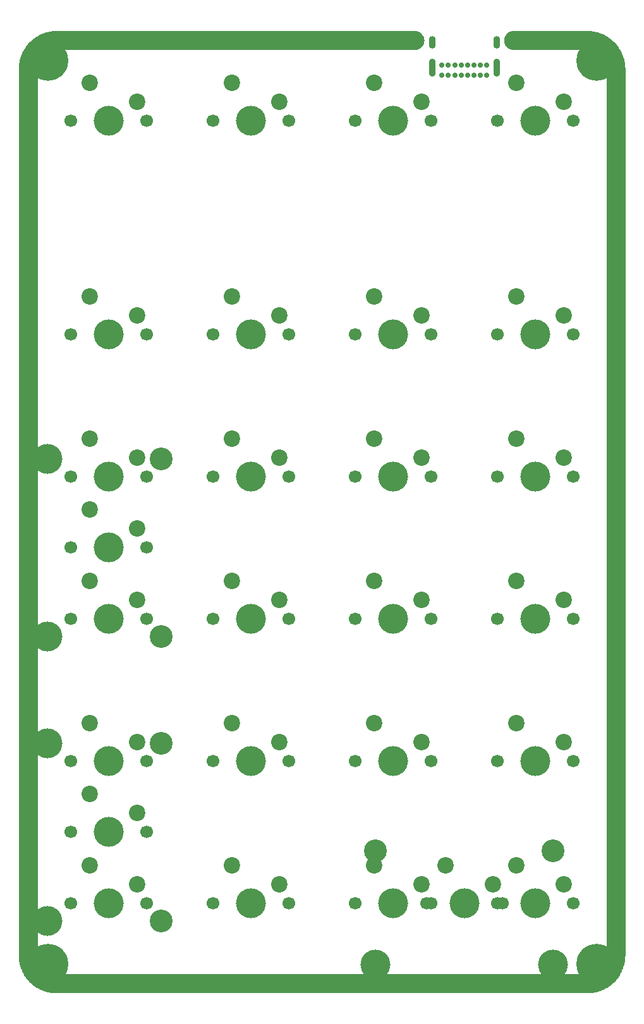
<source format=gbs>
G04 #@! TF.GenerationSoftware,KiCad,Pcbnew,(6.0.0)*
G04 #@! TF.CreationDate,2023-01-04T21:38:10+01:00*
G04 #@! TF.ProjectId,MPad2040_V1,4d506164-3230-4343-905f-56312e6b6963,rev?*
G04 #@! TF.SameCoordinates,Original*
G04 #@! TF.FileFunction,Soldermask,Bot*
G04 #@! TF.FilePolarity,Negative*
%FSLAX46Y46*%
G04 Gerber Fmt 4.6, Leading zero omitted, Abs format (unit mm)*
G04 Created by KiCad (PCBNEW (6.0.0)) date 2023-01-04 21:38:10*
%MOMM*%
%LPD*%
G01*
G04 APERTURE LIST*
%ADD10C,0.800000*%
%ADD11C,5.400000*%
%ADD12C,2.200000*%
%ADD13C,4.000000*%
%ADD14C,1.700000*%
%ADD15C,3.050000*%
%ADD16C,0.700000*%
%ADD17O,0.900000X2.400000*%
%ADD18O,0.900000X1.700000*%
G04 APERTURE END LIST*
D10*
X184275000Y-37727500D03*
X182843109Y-34270609D03*
X186300000Y-35702500D03*
X185706891Y-34270609D03*
X184275000Y-33677500D03*
X182250000Y-35702500D03*
D11*
X184275000Y-35702500D03*
D10*
X185706891Y-37134391D03*
X182843109Y-37134391D03*
D12*
X179910000Y-69850000D03*
X173560000Y-67310000D03*
D13*
X176100000Y-72390000D03*
D14*
X171020000Y-72390000D03*
X181180000Y-72390000D03*
D12*
X160860000Y-107950000D03*
X154510000Y-105410000D03*
D13*
X157050000Y-110490000D03*
D14*
X162130000Y-110490000D03*
X151970000Y-110490000D03*
D12*
X179910000Y-41275000D03*
X173560000Y-38735000D03*
D14*
X171020000Y-43815000D03*
D13*
X176100000Y-43815000D03*
D14*
X181180000Y-43815000D03*
D10*
X182843109Y-155270609D03*
X182843109Y-158134391D03*
D11*
X184275000Y-156702500D03*
D10*
X182250000Y-156702500D03*
X185706891Y-155270609D03*
X186300000Y-156702500D03*
X184275000Y-158727500D03*
X185706891Y-158134391D03*
X184275000Y-154677500D03*
D12*
X179910000Y-107950000D03*
X173560000Y-105410000D03*
D14*
X171020000Y-110490000D03*
D13*
X176100000Y-110490000D03*
D14*
X181180000Y-110490000D03*
D12*
X122760000Y-146050000D03*
X116410000Y-143510000D03*
D14*
X124030000Y-148590000D03*
D13*
X118950000Y-148590000D03*
D14*
X113870000Y-148590000D03*
D10*
X110775000Y-33677500D03*
X108750000Y-35702500D03*
D11*
X110775000Y-35702500D03*
D10*
X112800000Y-35702500D03*
X112206891Y-37134391D03*
X109343109Y-37134391D03*
X112206891Y-34270609D03*
X109343109Y-34270609D03*
X110775000Y-37727500D03*
D12*
X141810000Y-69850000D03*
X135460000Y-67310000D03*
D14*
X143080000Y-72390000D03*
D13*
X138000000Y-72390000D03*
D14*
X132920000Y-72390000D03*
D12*
X141810000Y-88900000D03*
X135460000Y-86360000D03*
D14*
X132920000Y-91440000D03*
X143080000Y-91440000D03*
D13*
X138000000Y-91440000D03*
D12*
X122760000Y-107950000D03*
X116410000Y-105410000D03*
D13*
X118950000Y-110490000D03*
D14*
X113870000Y-110490000D03*
X124030000Y-110490000D03*
D12*
X160860000Y-88900000D03*
X154510000Y-86360000D03*
D14*
X162130000Y-91440000D03*
D13*
X157050000Y-91440000D03*
D14*
X151970000Y-91440000D03*
D12*
X122760000Y-136525000D03*
X116410000Y-133985000D03*
D15*
X125950000Y-150965000D03*
X125950000Y-127165000D03*
D13*
X118950000Y-139065000D03*
D14*
X113870000Y-139065000D03*
D13*
X110710000Y-150965000D03*
D14*
X124030000Y-139065000D03*
D13*
X110710000Y-127165000D03*
D12*
X179910000Y-88900000D03*
X173560000Y-86360000D03*
D14*
X181180000Y-91440000D03*
X171020000Y-91440000D03*
D13*
X176100000Y-91440000D03*
D12*
X122760000Y-69850000D03*
X116410000Y-67310000D03*
D13*
X118950000Y-72390000D03*
D14*
X124030000Y-72390000D03*
X113870000Y-72390000D03*
D12*
X122760000Y-98425000D03*
X116410000Y-95885000D03*
D15*
X125950000Y-89065000D03*
D13*
X110710000Y-112865000D03*
X110710000Y-89065000D03*
D15*
X125950000Y-112865000D03*
D13*
X118950000Y-100965000D03*
D14*
X113870000Y-100965000D03*
X124030000Y-100965000D03*
D12*
X122760000Y-127000000D03*
X116410000Y-124460000D03*
D14*
X113870000Y-129540000D03*
X124030000Y-129540000D03*
D13*
X118950000Y-129540000D03*
D12*
X160860000Y-127000000D03*
X154510000Y-124460000D03*
D14*
X151970000Y-129540000D03*
X162130000Y-129540000D03*
D13*
X157050000Y-129540000D03*
D12*
X179910000Y-127000000D03*
X173560000Y-124460000D03*
D14*
X181180000Y-129540000D03*
X171020000Y-129540000D03*
D13*
X176100000Y-129540000D03*
D10*
X110775000Y-158727500D03*
X112206891Y-155270609D03*
X108750000Y-156702500D03*
X109343109Y-158134391D03*
X112206891Y-158134391D03*
D11*
X110775000Y-156702500D03*
D10*
X109343109Y-155270609D03*
X110775000Y-154677500D03*
X112800000Y-156702500D03*
D12*
X179910000Y-146050000D03*
X173560000Y-143510000D03*
D14*
X181180000Y-148590000D03*
X171020000Y-148590000D03*
D13*
X176100000Y-148590000D03*
D12*
X160860000Y-146050000D03*
X154510000Y-143510000D03*
D13*
X157050000Y-148590000D03*
D14*
X162130000Y-148590000D03*
X151970000Y-148590000D03*
D12*
X160860000Y-41275000D03*
X154510000Y-38735000D03*
D14*
X151970000Y-43815000D03*
X162130000Y-43815000D03*
D13*
X157050000Y-43815000D03*
D12*
X141810000Y-107950000D03*
X135460000Y-105410000D03*
D14*
X132920000Y-110490000D03*
D13*
X138000000Y-110490000D03*
D14*
X143080000Y-110490000D03*
D12*
X170385000Y-146050000D03*
X164035000Y-143510000D03*
D14*
X171655000Y-148590000D03*
D13*
X178475000Y-156830000D03*
D14*
X161495000Y-148590000D03*
D13*
X154675000Y-156830000D03*
X166575000Y-148590000D03*
D15*
X178475000Y-141590000D03*
X154675000Y-141590000D03*
D12*
X141810000Y-146050000D03*
X135460000Y-143510000D03*
D14*
X132920000Y-148590000D03*
D13*
X138000000Y-148590000D03*
D14*
X143080000Y-148590000D03*
D12*
X141810000Y-41275000D03*
X135460000Y-38735000D03*
D14*
X132920000Y-43815000D03*
D13*
X138000000Y-43815000D03*
D14*
X143080000Y-43815000D03*
D12*
X160860000Y-69850000D03*
X154510000Y-67310000D03*
D13*
X157050000Y-72390000D03*
D14*
X151970000Y-72390000D03*
X162130000Y-72390000D03*
D12*
X122760000Y-88900000D03*
X116410000Y-86360000D03*
D14*
X113870000Y-91440000D03*
D13*
X118950000Y-91440000D03*
D14*
X124030000Y-91440000D03*
D12*
X122760000Y-41275000D03*
X116410000Y-38735000D03*
D14*
X113870000Y-43815000D03*
D13*
X118950000Y-43815000D03*
D14*
X124030000Y-43815000D03*
D12*
X141810000Y-127000000D03*
X135460000Y-124460000D03*
D13*
X138000000Y-129540000D03*
D14*
X132920000Y-129540000D03*
X143080000Y-129540000D03*
D16*
X169550000Y-37680011D03*
X168700000Y-37680011D03*
X167850000Y-37680011D03*
X167000000Y-37680011D03*
X166150000Y-37680011D03*
X165300000Y-37680011D03*
X164450000Y-37680011D03*
X163600000Y-37680011D03*
X163600000Y-36330011D03*
X164450000Y-36330011D03*
X165300000Y-36330011D03*
X166150000Y-36330011D03*
X167000000Y-36330011D03*
X167850000Y-36330011D03*
X168700000Y-36330011D03*
X169550000Y-36330011D03*
D17*
X170900000Y-36700011D03*
X162250000Y-36700011D03*
D18*
X170900000Y-33320011D03*
X162250000Y-33320011D03*
G36*
X159986179Y-31751328D02*
G01*
X160161118Y-31766633D01*
X160221028Y-31777197D01*
X160375869Y-31818686D01*
X160433037Y-31839493D01*
X160578326Y-31907243D01*
X160631010Y-31937661D01*
X160762333Y-32029615D01*
X160808934Y-32068718D01*
X160922282Y-32182066D01*
X160961385Y-32228667D01*
X161053339Y-32359990D01*
X161083757Y-32412674D01*
X161151507Y-32557963D01*
X161172314Y-32615131D01*
X161213803Y-32769972D01*
X161224367Y-32829882D01*
X161238339Y-32989583D01*
X161238339Y-33050417D01*
X161224367Y-33210118D01*
X161213803Y-33270028D01*
X161172314Y-33424869D01*
X161151507Y-33482037D01*
X161083757Y-33627326D01*
X161053339Y-33680010D01*
X160961385Y-33811333D01*
X160922282Y-33857934D01*
X160808934Y-33971282D01*
X160762333Y-34010385D01*
X160631010Y-34102339D01*
X160578326Y-34132757D01*
X160433037Y-34200507D01*
X160375869Y-34221314D01*
X160221028Y-34262803D01*
X160161118Y-34273367D01*
X159986179Y-34288672D01*
X159955762Y-34290000D01*
X111970285Y-34290000D01*
X111959720Y-34290319D01*
X111669360Y-34307882D01*
X111648468Y-34310419D01*
X111367511Y-34361907D01*
X111347075Y-34366944D01*
X111074369Y-34451923D01*
X111054686Y-34459388D01*
X110794220Y-34576614D01*
X110775581Y-34586396D01*
X110531141Y-34734165D01*
X110513813Y-34746126D01*
X110288967Y-34922281D01*
X110273211Y-34936240D01*
X110071240Y-35138211D01*
X110057281Y-35153967D01*
X109881126Y-35378813D01*
X109869165Y-35396141D01*
X109721396Y-35640581D01*
X109711614Y-35659220D01*
X109594388Y-35919686D01*
X109586923Y-35939369D01*
X109501944Y-36212075D01*
X109496907Y-36232511D01*
X109445419Y-36513468D01*
X109442882Y-36534360D01*
X109425319Y-36824720D01*
X109425000Y-36835285D01*
X109425000Y-155569715D01*
X109425319Y-155580280D01*
X109442882Y-155870640D01*
X109445419Y-155891532D01*
X109496907Y-156172489D01*
X109501944Y-156192925D01*
X109586923Y-156465631D01*
X109594388Y-156485314D01*
X109711614Y-156745780D01*
X109721396Y-156764419D01*
X109869165Y-157008859D01*
X109881126Y-157026187D01*
X110057281Y-157251033D01*
X110071240Y-157266789D01*
X110273211Y-157468760D01*
X110288967Y-157482719D01*
X110513813Y-157658874D01*
X110531141Y-157670835D01*
X110775581Y-157818604D01*
X110794220Y-157828386D01*
X111054686Y-157945612D01*
X111074369Y-157953077D01*
X111347075Y-158038056D01*
X111367511Y-158043093D01*
X111648468Y-158094581D01*
X111669360Y-158097118D01*
X111959720Y-158114681D01*
X111970285Y-158115000D01*
X183079715Y-158115000D01*
X183090280Y-158114681D01*
X183380640Y-158097118D01*
X183401532Y-158094581D01*
X183682489Y-158043093D01*
X183702925Y-158038056D01*
X183975631Y-157953077D01*
X183995314Y-157945612D01*
X184255780Y-157828386D01*
X184274419Y-157818604D01*
X184518859Y-157670835D01*
X184536187Y-157658874D01*
X184761033Y-157482719D01*
X184776789Y-157468760D01*
X184978760Y-157266789D01*
X184992719Y-157251033D01*
X185168874Y-157026187D01*
X185180835Y-157008859D01*
X185328604Y-156764419D01*
X185338386Y-156745780D01*
X185455612Y-156485314D01*
X185463077Y-156465631D01*
X185548056Y-156192925D01*
X185553093Y-156172489D01*
X185604581Y-155891532D01*
X185607118Y-155870640D01*
X185624681Y-155580280D01*
X185625000Y-155569715D01*
X185625000Y-36835285D01*
X185624681Y-36824720D01*
X185607118Y-36534360D01*
X185604581Y-36513468D01*
X185553093Y-36232511D01*
X185548056Y-36212075D01*
X185463077Y-35939369D01*
X185455612Y-35919686D01*
X185338386Y-35659220D01*
X185328604Y-35640581D01*
X185180835Y-35396141D01*
X185168874Y-35378813D01*
X184992719Y-35153967D01*
X184978760Y-35138211D01*
X184776789Y-34936240D01*
X184761033Y-34922281D01*
X184536187Y-34746126D01*
X184518859Y-34734165D01*
X184274419Y-34586396D01*
X184255780Y-34576614D01*
X183995314Y-34459388D01*
X183975631Y-34451923D01*
X183702925Y-34366944D01*
X183682489Y-34361907D01*
X183401532Y-34310419D01*
X183380640Y-34307882D01*
X183090280Y-34290319D01*
X183079715Y-34290000D01*
X173194238Y-34290000D01*
X173163821Y-34288672D01*
X172988882Y-34273367D01*
X172928972Y-34262803D01*
X172774131Y-34221314D01*
X172716963Y-34200507D01*
X172571674Y-34132757D01*
X172518990Y-34102339D01*
X172387667Y-34010385D01*
X172341066Y-33971282D01*
X172227718Y-33857934D01*
X172188615Y-33811333D01*
X172096661Y-33680010D01*
X172066243Y-33627326D01*
X171998493Y-33482037D01*
X171977686Y-33424869D01*
X171936197Y-33270028D01*
X171925633Y-33210118D01*
X171911661Y-33050417D01*
X171911661Y-32989583D01*
X171925633Y-32829882D01*
X171936197Y-32769972D01*
X171977686Y-32615131D01*
X171998493Y-32557963D01*
X172066243Y-32412674D01*
X172096661Y-32359990D01*
X172188615Y-32228667D01*
X172227718Y-32182066D01*
X172341066Y-32068718D01*
X172387667Y-32029615D01*
X172518990Y-31937661D01*
X172571674Y-31907243D01*
X172716963Y-31839493D01*
X172774131Y-31818686D01*
X172928972Y-31777197D01*
X172988882Y-31766633D01*
X173163821Y-31751328D01*
X173194238Y-31750000D01*
X183027700Y-31750000D01*
X183031502Y-31750021D01*
X183081159Y-31750562D01*
X183088781Y-31750728D01*
X183138460Y-31752355D01*
X183142260Y-31752500D01*
X183413150Y-31764328D01*
X183420750Y-31764743D01*
X183519945Y-31771244D01*
X183535114Y-31772571D01*
X183633923Y-31783392D01*
X183641485Y-31784304D01*
X183853415Y-31812206D01*
X183860950Y-31813282D01*
X183959176Y-31828400D01*
X183974174Y-31831044D01*
X184071697Y-31850443D01*
X184079146Y-31852010D01*
X184287794Y-31898266D01*
X184295208Y-31899994D01*
X184391769Y-31923622D01*
X184406481Y-31927564D01*
X184501945Y-31955390D01*
X184509228Y-31957600D01*
X184713054Y-32021866D01*
X184720291Y-32024235D01*
X184814415Y-32056186D01*
X184828722Y-32061393D01*
X184921387Y-32097428D01*
X184928455Y-32100265D01*
X185125902Y-32182051D01*
X185132901Y-32185040D01*
X185223914Y-32225086D01*
X185237714Y-32231522D01*
X185326851Y-32275479D01*
X185333644Y-32278921D01*
X185523243Y-32377620D01*
X185529959Y-32381210D01*
X185617128Y-32429033D01*
X185630313Y-32436645D01*
X185715262Y-32488193D01*
X185721729Y-32492215D01*
X185902044Y-32607089D01*
X185908419Y-32611248D01*
X185991046Y-32666457D01*
X186003521Y-32675192D01*
X186083670Y-32733960D01*
X186089759Y-32738528D01*
X186259352Y-32868661D01*
X186265343Y-32873363D01*
X186342866Y-32935582D01*
X186354529Y-32945368D01*
X186429260Y-33010905D01*
X186434930Y-33015988D01*
X186592540Y-33160411D01*
X186598097Y-33165616D01*
X186669890Y-33234343D01*
X186680657Y-33245110D01*
X186749384Y-33316903D01*
X186754589Y-33322460D01*
X186899012Y-33480070D01*
X186904095Y-33485740D01*
X186969632Y-33560471D01*
X186979418Y-33572134D01*
X187041637Y-33649657D01*
X187046339Y-33655648D01*
X187176472Y-33825241D01*
X187181040Y-33831330D01*
X187239808Y-33911479D01*
X187248543Y-33923954D01*
X187303752Y-34006581D01*
X187307911Y-34012956D01*
X187422785Y-34193271D01*
X187426807Y-34199738D01*
X187478355Y-34284687D01*
X187485967Y-34297872D01*
X187533790Y-34385041D01*
X187537380Y-34391757D01*
X187636079Y-34581356D01*
X187639521Y-34588149D01*
X187683478Y-34677286D01*
X187689914Y-34691086D01*
X187729960Y-34782099D01*
X187732949Y-34789098D01*
X187814735Y-34986545D01*
X187817572Y-34993613D01*
X187853607Y-35086278D01*
X187858814Y-35100585D01*
X187890765Y-35194709D01*
X187893134Y-35201946D01*
X187957400Y-35405772D01*
X187959610Y-35413055D01*
X187987436Y-35508519D01*
X187991378Y-35523231D01*
X188015006Y-35619792D01*
X188016734Y-35627206D01*
X188062990Y-35835854D01*
X188064557Y-35843303D01*
X188083956Y-35940826D01*
X188086600Y-35955824D01*
X188101718Y-36054050D01*
X188102794Y-36061585D01*
X188130696Y-36273515D01*
X188131608Y-36281077D01*
X188142429Y-36379886D01*
X188143756Y-36395055D01*
X188150257Y-36494250D01*
X188150672Y-36501850D01*
X188162500Y-36772740D01*
X188162645Y-36776540D01*
X188164272Y-36826219D01*
X188164438Y-36833841D01*
X188164979Y-36883498D01*
X188165000Y-36887300D01*
X188165000Y-155517700D01*
X188164979Y-155521502D01*
X188164438Y-155571159D01*
X188164272Y-155578781D01*
X188162645Y-155628460D01*
X188162500Y-155632260D01*
X188150672Y-155903150D01*
X188150257Y-155910750D01*
X188143756Y-156009945D01*
X188142429Y-156025114D01*
X188131608Y-156123923D01*
X188130696Y-156131485D01*
X188102794Y-156343415D01*
X188101718Y-156350950D01*
X188086600Y-156449176D01*
X188083956Y-156464174D01*
X188064557Y-156561697D01*
X188062990Y-156569146D01*
X188016734Y-156777794D01*
X188015006Y-156785208D01*
X187991378Y-156881769D01*
X187987436Y-156896481D01*
X187959610Y-156991945D01*
X187957400Y-156999228D01*
X187893134Y-157203054D01*
X187890765Y-157210291D01*
X187858814Y-157304415D01*
X187853607Y-157318722D01*
X187817572Y-157411387D01*
X187814735Y-157418455D01*
X187732949Y-157615902D01*
X187729960Y-157622901D01*
X187689914Y-157713914D01*
X187683478Y-157727714D01*
X187639521Y-157816851D01*
X187636079Y-157823644D01*
X187537380Y-158013243D01*
X187533790Y-158019959D01*
X187485967Y-158107128D01*
X187478355Y-158120313D01*
X187426807Y-158205262D01*
X187422785Y-158211729D01*
X187307911Y-158392044D01*
X187303752Y-158398419D01*
X187248543Y-158481046D01*
X187239808Y-158493521D01*
X187181040Y-158573670D01*
X187176472Y-158579759D01*
X187046339Y-158749352D01*
X187041637Y-158755343D01*
X186979418Y-158832866D01*
X186969632Y-158844529D01*
X186904095Y-158919260D01*
X186899012Y-158924930D01*
X186754589Y-159082540D01*
X186749384Y-159088097D01*
X186680657Y-159159890D01*
X186669890Y-159170657D01*
X186598097Y-159239384D01*
X186592540Y-159244589D01*
X186434930Y-159389012D01*
X186429260Y-159394095D01*
X186354529Y-159459632D01*
X186342866Y-159469418D01*
X186265343Y-159531637D01*
X186259352Y-159536339D01*
X186089759Y-159666472D01*
X186083670Y-159671040D01*
X186003521Y-159729808D01*
X185991046Y-159738543D01*
X185908419Y-159793752D01*
X185902044Y-159797911D01*
X185721729Y-159912785D01*
X185715262Y-159916807D01*
X185630313Y-159968355D01*
X185617128Y-159975967D01*
X185529959Y-160023790D01*
X185523243Y-160027380D01*
X185333644Y-160126079D01*
X185326851Y-160129521D01*
X185237714Y-160173478D01*
X185223914Y-160179914D01*
X185132901Y-160219960D01*
X185125902Y-160222949D01*
X184928455Y-160304735D01*
X184921387Y-160307572D01*
X184828722Y-160343607D01*
X184814415Y-160348814D01*
X184720291Y-160380765D01*
X184713054Y-160383134D01*
X184509228Y-160447400D01*
X184501945Y-160449610D01*
X184406481Y-160477436D01*
X184391769Y-160481378D01*
X184295208Y-160505006D01*
X184287794Y-160506734D01*
X184079146Y-160552990D01*
X184071697Y-160554557D01*
X183974174Y-160573956D01*
X183959176Y-160576600D01*
X183860950Y-160591718D01*
X183853415Y-160592794D01*
X183641485Y-160620696D01*
X183633923Y-160621608D01*
X183535114Y-160632429D01*
X183519945Y-160633756D01*
X183420750Y-160640257D01*
X183413150Y-160640672D01*
X183142260Y-160652500D01*
X183138460Y-160652645D01*
X183088781Y-160654272D01*
X183081159Y-160654438D01*
X183031502Y-160654979D01*
X183027700Y-160655000D01*
X112022300Y-160655000D01*
X112018498Y-160654979D01*
X111968841Y-160654438D01*
X111961219Y-160654272D01*
X111911540Y-160652645D01*
X111907740Y-160652500D01*
X111636850Y-160640672D01*
X111629250Y-160640257D01*
X111530055Y-160633756D01*
X111514886Y-160632429D01*
X111416077Y-160621608D01*
X111408515Y-160620696D01*
X111196585Y-160592794D01*
X111189050Y-160591718D01*
X111090824Y-160576600D01*
X111075826Y-160573956D01*
X110978303Y-160554557D01*
X110970854Y-160552990D01*
X110762206Y-160506734D01*
X110754792Y-160505006D01*
X110658231Y-160481378D01*
X110643519Y-160477436D01*
X110548055Y-160449610D01*
X110540772Y-160447400D01*
X110336946Y-160383134D01*
X110329709Y-160380765D01*
X110235585Y-160348814D01*
X110221278Y-160343607D01*
X110128613Y-160307572D01*
X110121545Y-160304735D01*
X109924098Y-160222949D01*
X109917099Y-160219960D01*
X109826086Y-160179914D01*
X109812286Y-160173478D01*
X109723149Y-160129521D01*
X109716356Y-160126079D01*
X109526757Y-160027380D01*
X109520041Y-160023790D01*
X109432872Y-159975967D01*
X109419687Y-159968355D01*
X109334738Y-159916807D01*
X109328271Y-159912785D01*
X109147956Y-159797911D01*
X109141581Y-159793752D01*
X109058954Y-159738543D01*
X109046479Y-159729808D01*
X108966330Y-159671040D01*
X108960241Y-159666472D01*
X108790648Y-159536339D01*
X108784657Y-159531637D01*
X108707134Y-159469418D01*
X108695471Y-159459632D01*
X108620740Y-159394095D01*
X108615070Y-159389012D01*
X108457460Y-159244589D01*
X108451903Y-159239384D01*
X108380110Y-159170657D01*
X108369343Y-159159890D01*
X108300616Y-159088097D01*
X108295411Y-159082540D01*
X108150988Y-158924930D01*
X108145905Y-158919260D01*
X108080368Y-158844529D01*
X108070582Y-158832866D01*
X108008363Y-158755343D01*
X108003661Y-158749352D01*
X107873528Y-158579759D01*
X107868960Y-158573670D01*
X107810192Y-158493521D01*
X107801457Y-158481046D01*
X107746248Y-158398419D01*
X107742089Y-158392044D01*
X107627215Y-158211729D01*
X107623193Y-158205262D01*
X107571645Y-158120313D01*
X107564033Y-158107128D01*
X107516210Y-158019959D01*
X107512620Y-158013243D01*
X107413921Y-157823644D01*
X107410479Y-157816851D01*
X107366522Y-157727714D01*
X107360086Y-157713914D01*
X107320040Y-157622901D01*
X107317051Y-157615902D01*
X107235265Y-157418455D01*
X107232428Y-157411387D01*
X107196393Y-157318722D01*
X107191186Y-157304415D01*
X107159235Y-157210291D01*
X107156866Y-157203054D01*
X107092600Y-156999228D01*
X107090390Y-156991945D01*
X107062564Y-156896481D01*
X107058622Y-156881769D01*
X107034994Y-156785208D01*
X107033266Y-156777794D01*
X106987010Y-156569146D01*
X106985443Y-156561697D01*
X106966044Y-156464174D01*
X106963400Y-156449176D01*
X106948282Y-156350950D01*
X106947206Y-156343415D01*
X106919304Y-156131485D01*
X106918392Y-156123923D01*
X106907571Y-156025114D01*
X106906244Y-156009945D01*
X106899743Y-155910750D01*
X106899328Y-155903150D01*
X106887500Y-155632260D01*
X106887355Y-155628460D01*
X106885728Y-155578781D01*
X106885562Y-155571159D01*
X106885021Y-155521502D01*
X106885000Y-155517700D01*
X106885000Y-36887300D01*
X106885021Y-36883498D01*
X106885562Y-36833841D01*
X106885728Y-36826219D01*
X106887355Y-36776540D01*
X106887500Y-36772740D01*
X106899328Y-36501850D01*
X106899743Y-36494250D01*
X106906244Y-36395055D01*
X106907571Y-36379886D01*
X106918392Y-36281077D01*
X106919304Y-36273515D01*
X106947206Y-36061585D01*
X106948282Y-36054050D01*
X106963400Y-35955824D01*
X106966044Y-35940826D01*
X106985443Y-35843303D01*
X106987010Y-35835854D01*
X107033266Y-35627206D01*
X107034994Y-35619792D01*
X107058622Y-35523231D01*
X107062564Y-35508519D01*
X107090390Y-35413055D01*
X107092600Y-35405772D01*
X107156866Y-35201946D01*
X107159235Y-35194709D01*
X107191186Y-35100585D01*
X107196393Y-35086278D01*
X107232428Y-34993613D01*
X107235265Y-34986545D01*
X107317051Y-34789098D01*
X107320040Y-34782099D01*
X107360086Y-34691086D01*
X107366522Y-34677286D01*
X107410479Y-34588149D01*
X107413921Y-34581356D01*
X107512620Y-34391757D01*
X107516210Y-34385041D01*
X107564033Y-34297872D01*
X107571645Y-34284687D01*
X107623193Y-34199738D01*
X107627215Y-34193271D01*
X107742089Y-34012956D01*
X107746248Y-34006581D01*
X107801457Y-33923954D01*
X107810192Y-33911479D01*
X107868960Y-33831330D01*
X107873528Y-33825241D01*
X108003661Y-33655648D01*
X108008363Y-33649657D01*
X108070582Y-33572134D01*
X108080368Y-33560471D01*
X108145905Y-33485740D01*
X108150988Y-33480070D01*
X108295411Y-33322460D01*
X108300616Y-33316903D01*
X108369343Y-33245110D01*
X108380110Y-33234343D01*
X108451903Y-33165616D01*
X108457460Y-33160411D01*
X108615070Y-33015988D01*
X108620740Y-33010905D01*
X108695471Y-32945368D01*
X108707134Y-32935582D01*
X108784657Y-32873363D01*
X108790648Y-32868661D01*
X108960241Y-32738528D01*
X108966330Y-32733960D01*
X109046479Y-32675192D01*
X109058954Y-32666457D01*
X109141581Y-32611248D01*
X109147956Y-32607089D01*
X109328271Y-32492215D01*
X109334738Y-32488193D01*
X109419687Y-32436645D01*
X109432872Y-32429033D01*
X109520041Y-32381210D01*
X109526757Y-32377620D01*
X109716356Y-32278921D01*
X109723149Y-32275479D01*
X109812286Y-32231522D01*
X109826086Y-32225086D01*
X109917099Y-32185040D01*
X109924098Y-32182051D01*
X110121545Y-32100265D01*
X110128613Y-32097428D01*
X110221278Y-32061393D01*
X110235585Y-32056186D01*
X110329709Y-32024235D01*
X110336946Y-32021866D01*
X110540772Y-31957600D01*
X110548055Y-31955390D01*
X110643519Y-31927564D01*
X110658231Y-31923622D01*
X110754792Y-31899994D01*
X110762206Y-31898266D01*
X110970854Y-31852010D01*
X110978303Y-31850443D01*
X111075826Y-31831044D01*
X111090824Y-31828400D01*
X111189050Y-31813282D01*
X111196585Y-31812206D01*
X111408515Y-31784304D01*
X111416077Y-31783392D01*
X111514886Y-31772571D01*
X111530055Y-31771244D01*
X111629250Y-31764743D01*
X111636850Y-31764328D01*
X111907740Y-31752500D01*
X111911540Y-31752355D01*
X111961219Y-31750728D01*
X111968841Y-31750562D01*
X112018498Y-31750021D01*
X112022300Y-31750000D01*
X159955762Y-31750000D01*
X159986179Y-31751328D01*
G37*
M02*

</source>
